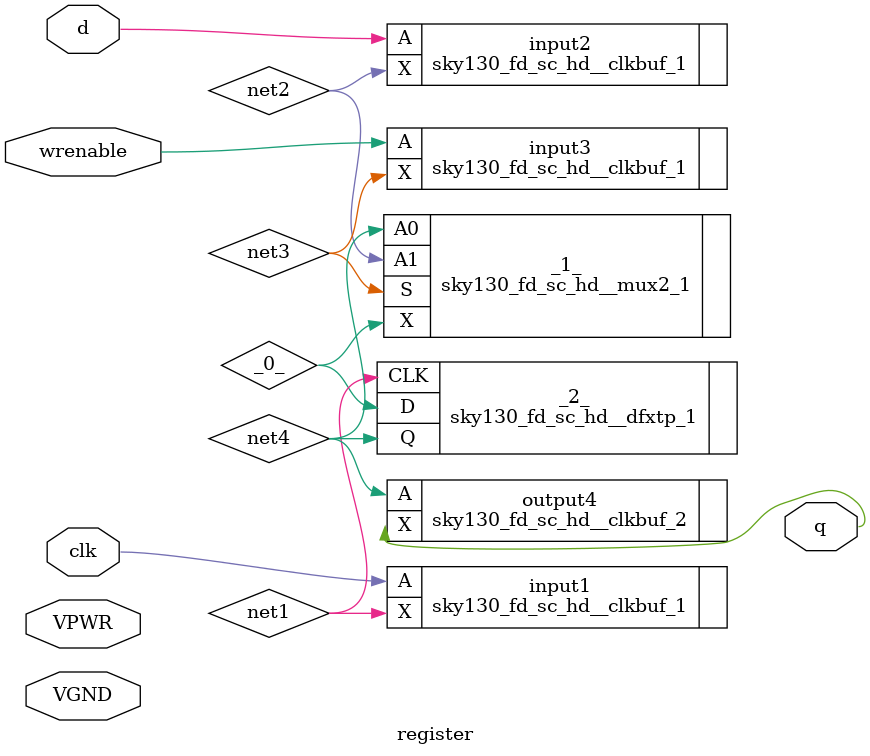
<source format=v>
module register (clk,
    d,
    q,
    wrenable,
    VPWR,
    VGND);
 input clk;
 input d;
 output q;
 input wrenable;
 input VPWR;
 input VGND;

 sky130_fd_sc_hd__mux2_1 _1_ (.A0(net4),
    .A1(net2),
    .S(net3),
    .X(_0_));
 sky130_fd_sc_hd__dfxtp_1 _2_ (.D(_0_),
    .Q(net4),
    .CLK(net1));
 sky130_fd_sc_hd__decap_3 PHY_0 ();
 sky130_fd_sc_hd__decap_3 PHY_1 ();
 sky130_fd_sc_hd__decap_3 PHY_2 ();
 sky130_fd_sc_hd__decap_3 PHY_3 ();
 sky130_fd_sc_hd__decap_3 PHY_4 ();
 sky130_fd_sc_hd__decap_3 PHY_5 ();
 sky130_fd_sc_hd__decap_3 PHY_6 ();
 sky130_fd_sc_hd__decap_3 PHY_7 ();
 sky130_fd_sc_hd__decap_3 PHY_8 ();
 sky130_fd_sc_hd__decap_3 PHY_9 ();
 sky130_fd_sc_hd__decap_3 PHY_10 ();
 sky130_fd_sc_hd__decap_3 PHY_11 ();
 sky130_fd_sc_hd__decap_3 PHY_12 ();
 sky130_fd_sc_hd__decap_3 PHY_13 ();
 sky130_fd_sc_hd__decap_3 PHY_14 ();
 sky130_fd_sc_hd__decap_3 PHY_15 ();
 sky130_fd_sc_hd__decap_3 PHY_16 ();
 sky130_fd_sc_hd__decap_3 PHY_17 ();
 sky130_fd_sc_hd__decap_3 PHY_18 ();
 sky130_fd_sc_hd__decap_3 PHY_19 ();
 sky130_fd_sc_hd__decap_3 PHY_20 ();
 sky130_fd_sc_hd__decap_3 PHY_21 ();
 sky130_fd_sc_hd__decap_3 PHY_22 ();
 sky130_fd_sc_hd__decap_3 PHY_23 ();
 sky130_fd_sc_hd__tapvpwrvgnd_1 PHY_24 ();
 sky130_fd_sc_hd__tapvpwrvgnd_1 PHY_25 ();
 sky130_fd_sc_hd__tapvpwrvgnd_1 PHY_26 ();
 sky130_fd_sc_hd__tapvpwrvgnd_1 PHY_27 ();
 sky130_fd_sc_hd__tapvpwrvgnd_1 PHY_28 ();
 sky130_fd_sc_hd__tapvpwrvgnd_1 PHY_29 ();
 sky130_fd_sc_hd__tapvpwrvgnd_1 PHY_30 ();
 sky130_fd_sc_hd__clkbuf_1 input1 (.A(clk),
    .X(net1));
 sky130_fd_sc_hd__clkbuf_1 input2 (.A(d),
    .X(net2));
 sky130_fd_sc_hd__clkbuf_1 input3 (.A(wrenable),
    .X(net3));
 sky130_fd_sc_hd__clkbuf_2 output4 (.A(net4),
    .X(q));
 sky130_fd_sc_hd__decap_12 FILLER_0_6 ();
 sky130_fd_sc_hd__decap_8 FILLER_0_18 ();
 sky130_fd_sc_hd__decap_3 FILLER_0_26 ();
 sky130_fd_sc_hd__decap_8 FILLER_0_30 ();
 sky130_fd_sc_hd__fill_2 FILLER_0_38 ();
 sky130_fd_sc_hd__decap_4 FILLER_0_43 ();
 sky130_fd_sc_hd__decap_12 FILLER_1_3 ();
 sky130_fd_sc_hd__decap_12 FILLER_1_15 ();
 sky130_fd_sc_hd__decap_12 FILLER_1_27 ();
 sky130_fd_sc_hd__decap_8 FILLER_1_39 ();
 sky130_fd_sc_hd__decap_12 FILLER_2_3 ();
 sky130_fd_sc_hd__fill_1 FILLER_2_15 ();
 sky130_fd_sc_hd__decap_4 FILLER_2_25 ();
 sky130_fd_sc_hd__decap_12 FILLER_2_30 ();
 sky130_fd_sc_hd__decap_4 FILLER_2_42 ();
 sky130_fd_sc_hd__fill_1 FILLER_2_46 ();
 sky130_fd_sc_hd__decap_12 FILLER_3_3 ();
 sky130_fd_sc_hd__decap_12 FILLER_3_15 ();
 sky130_fd_sc_hd__decap_12 FILLER_3_27 ();
 sky130_fd_sc_hd__decap_8 FILLER_3_39 ();
 sky130_fd_sc_hd__decap_12 FILLER_4_3 ();
 sky130_fd_sc_hd__decap_12 FILLER_4_15 ();
 sky130_fd_sc_hd__fill_2 FILLER_4_27 ();
 sky130_fd_sc_hd__decap_12 FILLER_4_30 ();
 sky130_fd_sc_hd__decap_4 FILLER_4_42 ();
 sky130_fd_sc_hd__fill_1 FILLER_4_46 ();
 sky130_fd_sc_hd__decap_12 FILLER_5_3 ();
 sky130_fd_sc_hd__decap_12 FILLER_5_15 ();
 sky130_fd_sc_hd__decap_12 FILLER_5_27 ();
 sky130_fd_sc_hd__decap_8 FILLER_5_39 ();
 sky130_fd_sc_hd__decap_12 FILLER_6_3 ();
 sky130_fd_sc_hd__decap_12 FILLER_6_15 ();
 sky130_fd_sc_hd__fill_2 FILLER_6_27 ();
 sky130_fd_sc_hd__decap_12 FILLER_6_30 ();
 sky130_fd_sc_hd__decap_4 FILLER_6_42 ();
 sky130_fd_sc_hd__fill_1 FILLER_6_46 ();
 sky130_fd_sc_hd__decap_12 FILLER_7_3 ();
 sky130_fd_sc_hd__decap_12 FILLER_7_15 ();
 sky130_fd_sc_hd__decap_12 FILLER_7_27 ();
 sky130_fd_sc_hd__decap_8 FILLER_7_39 ();
 sky130_fd_sc_hd__decap_12 FILLER_8_3 ();
 sky130_fd_sc_hd__decap_12 FILLER_8_15 ();
 sky130_fd_sc_hd__fill_2 FILLER_8_27 ();
 sky130_fd_sc_hd__decap_12 FILLER_8_30 ();
 sky130_fd_sc_hd__decap_4 FILLER_8_42 ();
 sky130_fd_sc_hd__fill_1 FILLER_8_46 ();
 sky130_fd_sc_hd__decap_12 FILLER_9_3 ();
 sky130_fd_sc_hd__decap_6 FILLER_9_15 ();
 sky130_fd_sc_hd__decap_8 FILLER_9_37 ();
 sky130_fd_sc_hd__fill_2 FILLER_9_45 ();
 sky130_fd_sc_hd__decap_12 FILLER_10_3 ();
 sky130_fd_sc_hd__decap_12 FILLER_10_15 ();
 sky130_fd_sc_hd__fill_2 FILLER_10_27 ();
 sky130_fd_sc_hd__decap_12 FILLER_10_30 ();
 sky130_fd_sc_hd__decap_4 FILLER_10_42 ();
 sky130_fd_sc_hd__fill_1 FILLER_10_46 ();
 sky130_fd_sc_hd__decap_12 FILLER_11_6 ();
 sky130_fd_sc_hd__decap_8 FILLER_11_18 ();
 sky130_fd_sc_hd__decap_3 FILLER_11_26 ();
 sky130_fd_sc_hd__decap_8 FILLER_11_30 ();
 sky130_fd_sc_hd__fill_1 FILLER_11_38 ();
 sky130_fd_sc_hd__decap_4 FILLER_11_43 ();
endmodule

</source>
